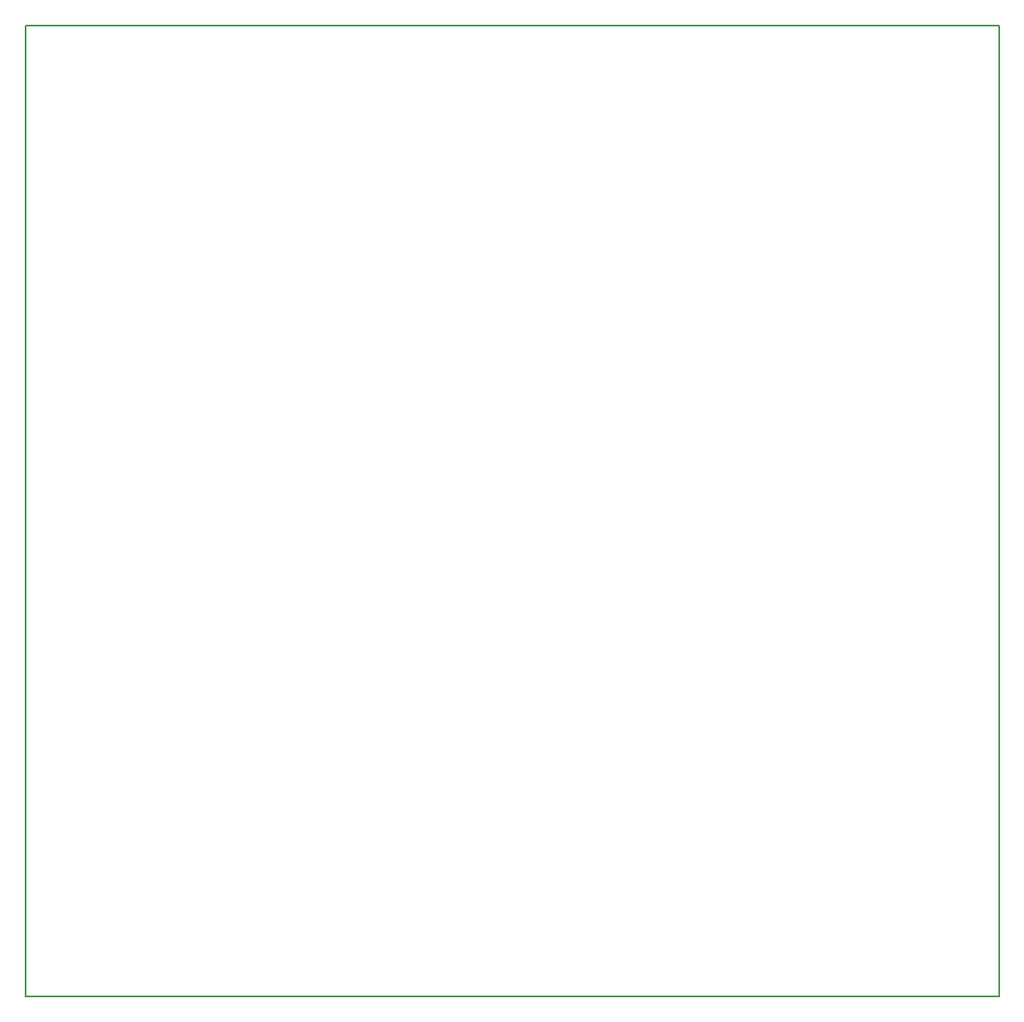
<source format=gbr>
%FSLAX34Y34*%
%MOMM*%
%LNOUTLINE*%
G71*
G01*
%ADD10C,0.200*%
%LPD*%
G54D10*
X0Y996156D02*
X998140Y996156D01*
X998140Y0D01*
X0Y0D01*
X0Y996156D01*
M02*

</source>
